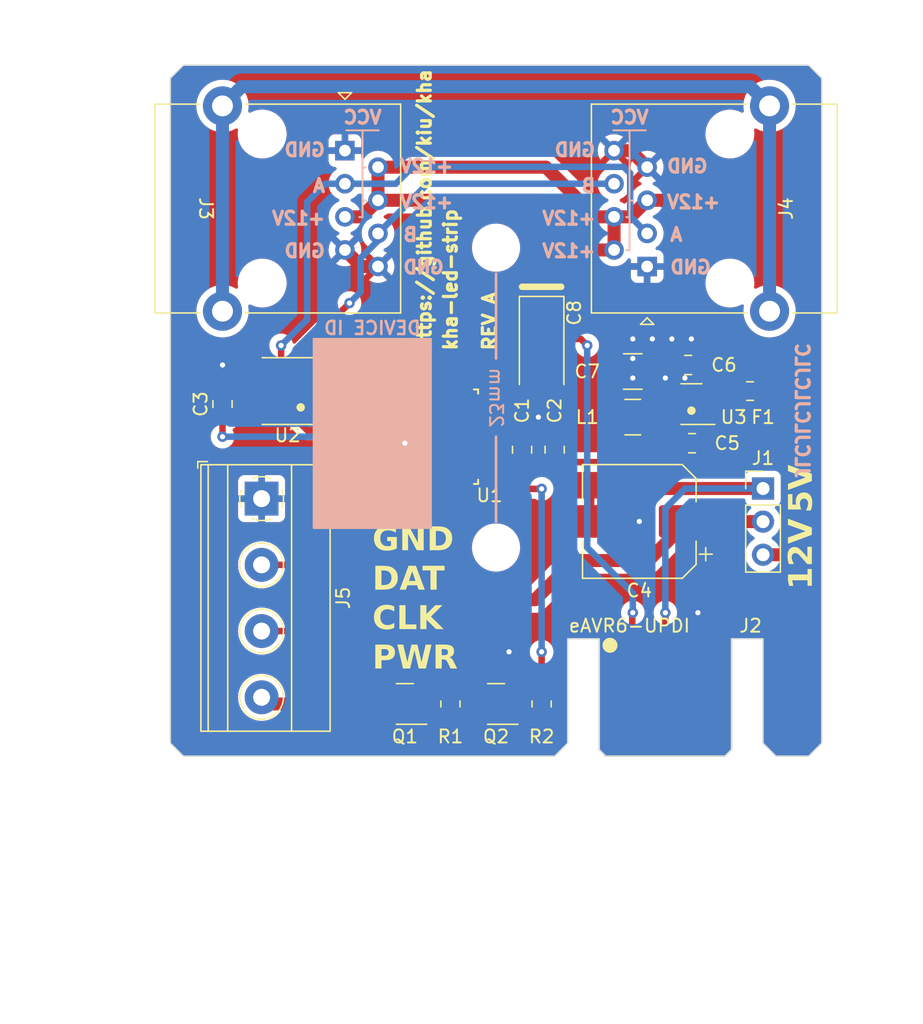
<source format=kicad_pcb>
(kicad_pcb (version 20221018) (generator pcbnew)
  (layers (0 "F.Cu" signal) (31 "B.Cu" signal) (34 "B.Paste" user) (35 "F.Paste" user) (36 "B.SilkS" user "B.Silkscreen") (37 "F.SilkS" user "F.Silkscreen") (38 "B.Mask" user) (39 "F.Mask" user) (44 "Edge.Cuts" user))
  (net 0 "")
  (net 1 "+5V")
  (net 2 "GND")
  (net 3 "UPDI")
  (net 4 "BUS_RX")
  (net 5 "BUS_DIR")
  (net 6 "BUS_TX")
  (net 14 "+12V")
  (net 15 "485A")
  (net 16 "485B")
  (net 18 "Net-(U3-SW)")
  (net 19 "Net-(U3-BST)")
  (net 20 "Net-(U3-EN)")
  (net 31 "LED_CLK")
  (net 32 "LED_DATA")
  (net 35 "LED_PWR")
  (net 36 "Net-(J3-PadSH)")
  (net 37 "Net-(J5-Pin_4)")
  (net 38 "Net-(Q1-G)")
  (net 39 "LED_EN")
  (net 40 "Net-(Q2-B)")
  (footprint "Capacitor_SMD:C_1210_3225Metric" (layer "F.Cu") (at 124.5 61.5)
    (fp_text reference "C7" (at -3.5 0) (layer "F.SilkS"))
    (fp_text value "47uF")
    (fp_line (start -0.711252 -1.36) (end 0.711252 -1.36) (stroke (width 0.12)) (layer "F.SilkS"))
    (fp_line (start -0.711252 1.36) (end 0.711252 1.36) (stroke (width 0.12)) (layer "F.SilkS"))
    (pad "1" smd roundrect (at -1.475 0) (size 1.15 2.7) (layers "F.Cu" "F.Paste" "F.Mask") (roundrect_rratio 0.2173913043) (net 1 "+5V"))
    (pad "2" smd roundrect (at 1.475 0) (size 1.15 2.7) (layers "F.Cu" "F.Paste" "F.Mask") (roundrect_rratio 0.2173913043) (net 2 "GND"))
  )
  (footprint "Connector_PinHeader_2.54mm:PinHeader_1x03_P2.54mm_Vertical" (layer "F.Cu") (at 134.5 70.475)
    (fp_text reference "J1" (at 0 -2.33) (layer "F.SilkS"))
    (fp_text value "1x03_Jumper")
    (fp_line (start -1.33 -1.33) (end 0 -1.33) (stroke (width 0.12)) (layer "F.SilkS"))
    (fp_line (start -1.33 0) (end -1.33 -1.33) (stroke (width 0.12)) (layer "F.SilkS"))
    (fp_line (start -1.33 1.27) (end -1.33 6.41) (stroke (width 0.12)) (layer "F.SilkS"))
    (fp_line (start -1.33 1.27) (end 1.33 1.27) (stroke (width 0.12)) (layer "F.SilkS"))
    (fp_line (start -1.33 6.41) (end 1.33 6.41) (stroke (width 0.12)) (layer "F.SilkS"))
    (fp_line (start 1.33 1.27) (end 1.33 6.41) (stroke (width 0.12)) (layer "F.SilkS"))
    (pad "1" thru_hole rect (at 0 0) (size 1.7 1.7) (drill 1) (layers "*.Cu" "*.Mask") (net 1 "+5V"))
    (pad "2" thru_hole oval (at 0 2.54) (size 1.7 1.7) (drill 1) (layers "*.Cu" "*.Mask") (net 35 "LED_PWR"))
    (pad "3" thru_hole oval (at 0 5.08) (size 1.7 1.7) (drill 1) (layers "*.Cu" "*.Mask") (net 14 "+12V"))
  )
  (footprint "Fuse:Fuse_0805_2012Metric" (layer "F.Cu") (at 133.5 63)
    (fp_text reference "F1" (at 1 2) (layer "F.SilkS"))
    (fp_text value "Polyfuse")
    (fp_line (start -0.258578 -0.71) (end 0.258578 -0.71) (stroke (width 0.12)) (layer "F.SilkS"))
    (fp_line (start -0.258578 0.71) (end 0.258578 0.71) (stroke (width 0.12)) (layer "F.SilkS"))
    (pad "1" smd roundrect (at -0.9375 0) (size 0.975 1.4) (layers "F.Cu" "F.Paste" "F.Mask") (net 20 "Net-(U3-EN)"))
    (pad "2" smd roundrect (at 0.9375 0) (size 0.975 1.4) (layers "F.Cu" "F.Paste" "F.Mask") (net 14 "+12V"))
  )
  (footprint "MountingHole:MountingHole_3.2mm_M3_DIN965" (layer "F.Cu") (at 114 52)
    (fp_text reference "H1" hide)
    (fp_text value "MountingHole")
    (pad "" np_thru_hole circle (at 0 0) (size 3.2 3.2) (drill 3.2) (layers "*.Cu" "*.Mask"))
  )
  (footprint "Inductor_SMD:L_1210_3225Metric" (layer "F.Cu") (at 124.5 65 180)
    (fp_text reference "L1" (at 3.5 0) (layer "F.SilkS"))
    (fp_text value "4.7uH")
    (fp_line (start -0.602064 -1.36) (end 0.602064 -1.36) (stroke (width 0.12)) (layer "F.SilkS"))
    (fp_line (start -0.602064 1.36) (end 0.602064 1.36) (stroke (width 0.12)) (layer "F.SilkS"))
    (pad "1" smd roundrect (at -1.4 0 180) (size 1.25 2.65) (layers "F.Cu" "F.Paste" "F.Mask") (roundrect_rratio 0.2) (net 18 "Net-(U3-SW)"))
    (pad "2" smd roundrect (at 1.4 0 180) (size 1.25 2.65) (layers "F.Cu" "F.Paste" "F.Mask") (roundrect_rratio 0.2) (net 1 "+5V"))
  )
  (footprint "TerminalBlock_Phoenix:TerminalBlock_Phoenix_MKDS-1,5-4-5.08_1x04_P5.08mm_Horizontal" (layer "F.Cu") (at 96 71.25 -90)
    (fp_text reference "J5" (at 7.62 -6.26 -90) (layer "F.SilkS"))
    (fp_text value "Screw_Terminal_01x04")
    (fp_line (start -2.84 4.16) (end -2.84 4.9) (stroke (width 0.12)) (layer "F.SilkS"))
    (fp_line (start -2.84 4.9) (end -2.34 4.9) (stroke (width 0.12)) (layer "F.SilkS"))
    (fp_line (start -2.6 -5.261) (end -2.6 4.66) (stroke (width 0.12)) (layer "F.SilkS"))
    (fp_line (start -2.6 -5.261) (end 17.84 -5.261) (stroke (width 0.12)) (layer "F.SilkS"))
    (fp_line (start -2.6 -2.301) (end 17.84 -2.301) (stroke (width 0.12)) (layer "F.SilkS"))
    (fp_line (start -2.6 2.6) (end 17.84 2.6) (stroke (width 0.12)) (layer "F.SilkS"))
    (fp_line (start -2.6 4.1) (end 17.84 4.1) (stroke (width 0.12)) (layer "F.SilkS"))
    (fp_line (start -2.6 4.66) (end 17.84 4.66) (stroke (width 0.12)) (layer "F.SilkS"))
    (fp_line (start 3.853 1.023) (end 3.806 1.069) (stroke (width 0.12)) (layer "F.SilkS"))
    (fp_line (start 4.046 1.239) (end 4.011 1.274) (stroke (width 0.12)) (layer "F.SilkS"))
    (fp_line (start 6.15 -1.275) (end 6.115 -1.239) (stroke (width 0.12)) (layer "F.SilkS"))
    (fp_line (start 6.355 -1.069) (end 6.308 -1.023) (stroke (width 0.12)) (layer "F.SilkS"))
    (fp_line (start 8.933 1.023) (end 8.886 1.069) (stroke (width 0.12)) (layer "F.SilkS"))
    (fp_line (start 9.126 1.239) (end 9.091 1.274) (stroke (width 0.12)) (layer "F.SilkS"))
    (fp_line (start 11.23 -1.275) (end 11.195 -1.239) (stroke (width 0.12)) (layer "F.SilkS"))
    (fp_line (start 11.435 -1.069) (end 11.388 -1.023) (stroke (width 0.12)) (layer "F.SilkS"))
    (fp_line (start 14.013 1.023) (end 13.966 1.069) (stroke (width 0.12)) (layer "F.SilkS"))
    (fp_line (start 14.206 1.239) (end 14.171 1.274) (stroke (width 0.12)) (layer "F.SilkS"))
    (fp_line (start 16.31 -1.275) (end 16.275 -1.239) (stroke (width 0.12)) (layer "F.SilkS"))
    (fp_line (start 16.515 -1.069) (end 16.468 -1.023) (stroke (width 0.12)) (layer "F.SilkS"))
    (fp_line (start 17.84 -5.261) (end 17.84 4.66) (stroke (width 0.12)) (layer "F.SilkS"))
    (fp_arc (start -1.535427 0.683042) (mid -1.680501 -0.000524) (end -1.535 -0.684) (stroke (width 0.12)) (layer "F.SilkS"))
    (fp_arc (start -0.683042 -1.535427) (mid 0.000524 -1.680501) (end 0.684 -1.535) (stroke (width 0.12)) (layer "F.SilkS"))
    (fp_arc (start 0.028805 1.680253) (mid -0.335551 1.646659) (end -0.684 1.535) (stroke (width 0.12)) (layer "F.SilkS"))
    (fp_arc (start 0.683318 1.534756) (mid 0.349292 1.643288) (end 0 1.68) (stroke (width 0.12)) (layer "F.SilkS"))
    (fp_arc (start 1.535427 -0.683042) (mid 1.680501 0.000524) (end 1.535 0.684) (stroke (width 0.12)) (layer "F.SilkS"))
    (fp_circle (center 5.08 0) (end 6.76 0) (stroke (width 0.12)) (fill none) (layer "F.SilkS"))
    (fp_circle (center 10.16 0) (end 11.84 0) (stroke (width 0.12)) (fill none) (layer "F.SilkS"))
    (fp_circle (center 15.24 0) (end 16.92 0) (stroke (width 0.12)) (fill none) (layer "F.SilkS"))
    (pad "1" thru_hole rect (at 0 0 270) (size 2.6 2.6) (drill 1.3) (layers "*.Cu" "*.Mask") (net 2 "GND"))
    (pad "2" thru_hole circle (at 5.08 0 270) (size 2.6 2.6) (drill 1.3) (layers "*.Cu" "*.Mask") (net 32 "LED_DATA"))
    (pad "3" thru_hole circle (at 10.16 0 270) (size 2.6 2.6) (drill 1.3) (layers "*.Cu" "*.Mask") (net 31 "LED_CLK"))
    (pad "4" thru_hole circle (at 15.24 0 270) (size 2.6 2.6) (drill 1.3) (layers "*.Cu" "*.Mask") (net 37 "Net-(J5-Pin_4)"))
  )
  (footprint "Capacitor_SMD:C_0805_2012Metric" (layer "F.Cu") (at 129.05 67)
    (fp_text reference "C5" (at 2.7 0) (layer "F.SilkS"))
    (fp_text value "100nF")
    (fp_line (start -0.261252 -0.735) (end 0.261252 -0.735) (stroke (width 0.12)) (layer "F.SilkS"))
    (fp_line (start -0.261252 0.735) (end 0.261252 0.735) (stroke (width 0.12)) (layer "F.SilkS"))
    (pad "1" smd roundrect (at -0.95 0) (size 1 1.45) (layers "F.Cu" "F.Paste" "F.Mask") (net 18 "Net-(U3-SW)"))
    (pad "2" smd roundrect (at 0.95 0) (size 1 1.45) (layers "F.Cu" "F.Paste" "F.Mask") (net 19 "Net-(U3-BST)"))
  )
  (footprint "kiu-footprints:GDLX-S-88K" (layer "F.Cu") (at 93 49 -90)
    (fp_text reference "J3" (at 0 1.27 -90 unlocked) (layer "F.SilkS"))
    (fp_text value "RJ45_Shielded")
    (fp_line (start -8.886 -9.906) (end -8.886 -8.89) (stroke (width 0.12)) (layer "F.SilkS"))
    (fp_line (start -8.886 -8.89) (end -8.378 -9.398) (stroke (width 0.12)) (layer "F.SilkS"))
    (fp_line (start -8.378 -9.398) (end -8.886 -9.906) (stroke (width 0.12)) (layer "F.SilkS"))
    (fp_line (start -8.01 -13.678) (end -8.01 -1.748) (stroke (width 0.12)) (layer "F.SilkS"))
    (fp_line (start -8.01 1.752) (end -8.01 5.192) (stroke (width 0.12)) (layer "F.SilkS"))
    (fp_line (start 8.01 -13.678) (end -8.01 -13.678) (stroke (width 0.12)) (layer "F.SilkS"))
    (fp_line (start 8.01 -13.678) (end 8.01 -1.748) (stroke (width 0.12)) (layer "F.SilkS"))
    (fp_line (start 8.01 1.752) (end 8.01 5.192) (stroke (width 0.12)) (layer "F.SilkS"))
    (fp_line (start 8.01 5.192) (end -8.01 5.192) (stroke (width 0.12)) (layer "F.SilkS"))
    (pad "" np_thru_hole circle (at -5.715 -3.048 270) (size 3.25 3.25) (drill 3.25) (layers "*.Cu" "*.Mask"))
    (pad "" np_thru_hole circle (at 5.715 -3.048 90) (size 3.25 3.25) (drill 3.25) (layers "*.Cu" "*.Mask"))
    (pad "1" thru_hole rect (at -4.445 -9.398 90) (size 1.5 1.5) (drill 0.9) (layers "*.Cu" "*.Mask") (net 2 "GND"))
    (pad "2" thru_hole circle (at -3.175 -11.938 90) (size 1.5 1.5) (drill 0.9) (layers "*.Cu" "*.Mask") (net 14 "+12V"))
    (pad "3" thru_hole circle (at -1.905 -9.398 90) (size 1.5 1.5) (drill 0.9) (layers "*.Cu" "*.Mask") (net 15 "485A"))
    (pad "4" thru_hole circle (at -0.635 -11.938 90) (size 1.5 1.5) (drill 0.9) (layers "*.Cu" "*.Mask") (net 14 "+12V"))
    (pad "5" thru_hole circle (at 0.635 -9.398 90) (size 1.5 1.5) (drill 0.9) (layers "*.Cu" "*.Mask") (net 14 "+12V"))
    (pad "6" thru_hole circle (at 1.905 -11.938 90) (size 1.5 1.5) (drill 0.9) (layers "*.Cu" "*.Mask") (net 16 "485B"))
    (pad "7" thru_hole circle (at 3.175 -9.398 90) (size 1.5 1.5) (drill 0.9) (layers "*.Cu" "*.Mask") (net 2 "GND"))
    (pad "8" thru_hole circle (at 4.445 -11.938 90) (size 1.5 1.5) (drill 0.9) (layers "*.Cu" "*.Mask") (net 2 "GND"))
    (pad "SH" thru_hole circle (at -7.874 0.002 270) (size 3 3) (drill 1.6) (layers "*.Cu" "*.Mask") (net 36 "Net-(J3-PadSH)"))
    (pad "SH" thru_hole circle (at 7.874 0 90) (size 3 3) (drill 1.6) (layers "*.Cu" "*.Mask") (net 36 "Net-(J3-PadSH)"))
  )
  (footprint "MountingHole:MountingHole_3.2mm_M3_DIN965" (layer "F.Cu") (at 114 75)
    (fp_text reference "H2" hide)
    (fp_text value "MountingHole")
    (pad "" np_thru_hole circle (at 0 0) (size 3.2 3.2) (drill 3.2) (layers "*.Cu" "*.Mask"))
  )
  (footprint "Package_QFP:TQFP-32_7x7mm_P0.8mm" (layer "F.Cu") (at 109 66.5)
    (fp_text reference "U1" (at 4.5 4.5) (layer "F.SilkS"))
    (fp_text value "AVR64DD32")
    (fp_line (start -3.625 -3.625) (end -3.625 -3.4) (stroke (width 0.15)) (layer "F.SilkS"))
    (fp_line (start -3.625 -3.625) (end -3.3 -3.625) (stroke (width 0.15)) (layer "F.SilkS"))
    (fp_line (start -3.625 -3.4) (end -5.05 -3.4) (stroke (width 0.15)) (layer "F.SilkS"))
    (fp_line (start -3.625 3.625) (end -3.625 3.3) (stroke (width 0.15)) (layer "F.SilkS"))
    (fp_line (start -3.625 3.625) (end -3.3 3.625) (stroke (width 0.15)) (layer "F.SilkS"))
    (fp_line (start 3.625 -3.625) (end 3.3 -3.625) (stroke (width 0.15)) (layer "F.SilkS"))
    (fp_line (start 3.625 -3.625) (end 3.625 -3.3) (stroke (width 0.15)) (layer "F.SilkS"))
    (fp_line (start 3.625 3.625) (end 3.3 3.625) (stroke (width 0.15)) (layer "F.SilkS"))
    (fp_line (start 3.625 3.625) (end 3.625 3.3) (stroke (width 0.15)) (layer "F.SilkS"))
    (pad "1" smd rect (at -4.25 -2.8) (size 1.6 0.55) (layers "F.Cu" "F.Paste" "F.Mask") (net 5 "BUS_DIR"))
    (pad "2" smd rect (at -4.25 -2) (size 1.6 0.55) (layers "F.Cu" "F.Paste" "F.Mask"))
    (pad "3" smd rect (at -4.25 -1.2) (size 1.6 0.55) (layers "F.Cu" "F.Paste" "F.Mask"))
    (pad "4" smd rect (at -4.25 -0.4) (size 1.6 0.55) (layers "F.Cu" "F.Paste" "F.Mask"))
    (pad "5" smd rect (at -4.25 0.4) (size 1.6 0.55) (layers "F.Cu" "F.Paste" "F.Mask"))
    (pad "6" smd rect (at -4.25 1.2) (size 1.6 0.55) (layers "F.Cu" "F.Paste" "F.Mask"))
    (pad "7" smd rect (at -4.25 2) (size 1.6 0.55) (layers "F.Cu" "F.Paste" "F.Mask"))
    (pad "8" smd rect (at -4.25 2.8) (size 1.6 0.55) (layers "F.Cu" "F.Paste" "F.Mask"))
    (pad "9" smd rect (at -2.8 4.25 90) (size 1.6 0.55) (layers "F.Cu" "F.Paste" "F.Mask"))
    (pad "10" smd rect (at -2 4.25 90) (size 1.6 0.55) (layers "F.Cu" "F.Paste" "F.Mask") (net 1 "+5V"))
    (pad "11" smd rect (at -1.2 4.25 90) (size 1.6 0.55) (layers "F.Cu" "F.Paste" "F.Mask"))
    (pad "12" smd rect (at -0.4 4.25 90) (size 1.6 0.55) (layers "F.Cu" "F.Paste" "F.Mask"))
    (pad "13" smd rect (at 0.4 4.25 90) (size 1.6 0.55) (layers "F.Cu" "F.Paste" "F.Mask"))
    (pad "14" smd rect (at 1.2 4.25 90) (size 1.6 0.55) (layers "F.Cu" "F.Paste" "F.Mask") (net 32 "LED_DATA"))
    (pad "15" smd rect (at 2 4.25 90) (size 1.6 0.55) (layers "F.Cu" "F.Paste" "F.Mask"))
    (pad "16" smd rect (at 2.8 4.25 90) (size 1.6 0.55) (layers "F.Cu" "F.Paste" "F.Mask") (net 31 "LED_CLK"))
    (pad "17" smd rect (at 4.25 2.8) (size 1.6 0.55) (layers "F.Cu" "F.Paste" "F.Mask") (net 39 "LED_EN"))
    (pad "18" smd rect (at 4.25 2) (size 1.6 0.55) (layers "F.Cu" "F.Paste" "F.Mask") (net 1 "+5V"))
    (pad "19" smd rect (at 4.25 1.2) (size 1.6 0.55) (layers "F.Cu" "F.Paste" "F.Mask") (net 2 "GND"))
    (pad "20" smd rect (at 4.25 0.4) (size 1.6 0.55) (layers "F.Cu" "F.Paste" "F.Mask"))
    (pad "21" smd rect (at 4.25 -0.4) (size 1.6 0.55) (layers "F.Cu" "F.Paste" "F.Mask"))
    (pad "22" smd rect (at 4.25 -1.2) (size 1.6 0.55) (layers "F.Cu" "F.Paste" "F.Mask"))
    (pad "23" smd rect (at 4.25 -2) (size 1.6 0.55) (layers "F.Cu" "F.Paste" "F.Mask"))
    (pad "24" smd rect (at 4.25 -2.8) (size 1.6 0.55) (layers "F.Cu" "F.Paste" "F.Mask"))
    (pad "25" smd rect (at 2.8 -4.25 90) (size 1.6 0.55) (layers "F.Cu" "F.Paste" "F.Mask"))
    (pad "26" smd rect (at 2 -4.25 90) (size 1.6 0.55) (layers "F.Cu" "F.Paste" "F.Mask"))
    (pad "27" smd rect (at 1.2 -4.25 90) (size 1.6 0.55) (layers "F.Cu" "F.Paste" "F.Mask") (net 3 "UPDI"))
    (pad "28" smd rect (at 0.4 -4.25 90) (size 1.6 0.55) (layers "F.Cu" "F.Paste" "F.Mask") (net 1 "+5V"))
    (pad "29" smd rect (at -0.4 -4.25 90) (size 1.6 0.55) (layers "F.Cu" "F.Paste" "F.Mask") (net 2 "GND"))
    (pad "30" smd rect (at -1.2 -4.25 90) (size 1.6 0.55) (layers "F.Cu" "F.Paste" "F.Mask") (net 6 "BUS_TX"))
    (pad "31" smd rect (at -2 -4.25 90) (size 1.6 0.55) (layers "F.Cu" "F.Paste" "F.Mask") (net 4 "BUS_RX"))
    (pad "32" smd rect (at -2.8 -4.25 90) (size 1.6 0.55) (layers "F.Cu" "F.Paste" "F.Mask"))
  )
  (footprint "Capacitor_SMD:C_0805_2012Metric" (layer "F.Cu") (at 118.5 67.5 90)
    (fp_text reference "C2" (at 3 0 90) (layer "F.SilkS"))
    (fp_text value "100nF")
    (fp_line (start -0.261252 -0.735) (end 0.261252 -0.735) (stroke (width 0.12)) (layer "F.SilkS"))
    (fp_line (start -0.261252 0.735) (end 0.261252 0.735) (stroke (width 0.12)) (layer "F.SilkS"))
    (pad "1" smd roundrect (at -0.95 0 90) (size 1 1.45) (layers "F.Cu" "F.Paste" "F.Mask") (net 1 "+5V"))
    (pad "2" smd roundrect (at 0.95 0 90) (size 1 1.45) (layers "F.Cu" "F.Paste" "F.Mask") (net 2 "GND"))
  )
  (footprint "Package_SO:SOIC-8_3.9x4.9mm_P1.27mm" (layer "F.Cu") (at 98 63 180)
    (fp_text reference "U2" (at 0 -3.4 180) (layer "F.SilkS"))
    (fp_text value "SP481E")
    (fp_line (start 0 -2.56) (end -3.45 -2.56) (stroke (width 0.12)) (layer "F.SilkS"))
    (fp_line (start 0 -2.56) (end 1.95 -2.56) (stroke (width 0.12)) (layer "F.SilkS"))
    (fp_line (start 0 2.56) (end -1.95 2.56) (stroke (width 0.12)) (layer "F.SilkS"))
    (fp_line (start 0 2.56) (end 1.95 2.56) (stroke (width 0.12)) (layer "F.SilkS"))
    (pad "1" smd roundrect (at -2.475 -1.905 180) (size 1.95 0.6) (layers "F.Cu" "F.Paste" "F.Mask") (net 4 "BUS_RX"))
    (pad "2" smd roundrect (at -2.475 -0.635 180) (size 1.95 0.6) (layers "F.Cu" "F.Paste" "F.Mask") (net 5 "BUS_DIR"))
    (pad "3" smd roundrect (at -2.475 0.635 180) (size 1.95 0.6) (layers "F.Cu" "F.Paste" "F.Mask") (net 5 "BUS_DIR"))
    (pad "4" smd roundrect (at -2.475 1.905 180) (size 1.95 0.6) (layers "F.Cu" "F.Paste" "F.Mask") (net 6 "BUS_TX"))
    (pad "5" smd roundrect (at 2.475 1.905 180) (size 1.95 0.6) (layers "F.Cu" "F.Paste" "F.Mask") (net 2 "GND"))
    (pad "6" smd roundrect (at 2.475 0.635 180) (size 1.95 0.6) (layers "F.Cu" "F.Paste" "F.Mask") (net 15 "485A"))
    (pad "7" smd roundrect (at 2.475 -0.635 180) (size 1.95 0.6) (layers "F.Cu" "F.Paste" "F.Mask") (net 16 "485B"))
    (pad "8" smd roundrect (at 2.475 -1.905 180) (size 1.95 0.6) (layers "F.Cu" "F.Paste" "F.Mask") (net 1 "+5V"))
  )
  (footprint "Capacitor_SMD:C_0805_2012Metric" (layer "F.Cu") (at 128.75 61)
    (fp_text reference "C6" (at 2.75 0) (layer "F.SilkS"))
    (fp_text value "10uF")
    (fp_line (start -0.261252 -0.735) (end 0.261252 -0.735) (stroke (width 0.12)) (layer "F.SilkS"))
    (fp_line (start -0.261252 0.735) (end 0.261252 0.735) (stroke (width 0.12)) (layer "F.SilkS"))
    (pad "1" smd roundrect (at -0.95 0) (size 1 1.45) (layers "F.Cu" "F.Paste" "F.Mask") (net 2 "GND"))
    (pad "2" smd roundrect (at 0.95 0) (size 1 1.45) (layers "F.Cu" "F.Paste" "F.Mask") (net 20 "Net-(U3-EN)"))
  )
  (footprint "Package_TO_SOT_SMD:TSOT-23-6" (layer "F.Cu") (at 129 64 180)
    (fp_text reference "U3" (at -3.25 -1) (layer "F.SilkS"))
    (fp_text value "AP63205WU")
    (fp_line (start 0 -1.56) (end -1.8 -1.56) (stroke (width 0.12)) (layer "F.SilkS"))
    (fp_line (start 0 -1.56) (end 0.8 -1.56) (stroke (width 0.12)) (layer "F.SilkS"))
    (fp_line (start 0 1.56) (end -0.8 1.56) (stroke (width 0.12)) (layer "F.SilkS"))
    (fp_line (start 0 1.56) (end 0.8 1.56) (stroke (width 0.12)) (layer "F.SilkS"))
    (pad "1" smd roundrect (at -1.1375 -0.95 180) (size 1.325 0.6) (layers "F.Cu" "F.Paste" "F.Mask") (net 1 "+5V"))
    (pad "2" smd roundrect (at -1.1375 0 180) (size 1.325 0.6) (layers "F.Cu" "F.Paste" "F.Mask") (net 20 "Net-(U3-EN)"))
    (pad "3" smd roundrect (at -1.1375 0.95 180) (size 1.325 0.6) (layers "F.Cu" "F.Paste" "F.Mask") (net 20 "Net-(U3-EN)"))
    (pad "4" smd roundrect (at 1.1375 0.95 180) (size 1.325 0.6) (layers "F.Cu" "F.Paste" "F.Mask") (net 2 "GND"))
    (pad "5" smd roundrect (at 1.1375 0 180) (size 1.325 0.6) (layers "F.Cu" "F.Paste" "F.Mask") (net 18 "Net-(U3-SW)"))
    (pad "6" smd roundrect (at 1.1375 -0.95 180) (size 1.325 0.6) (layers "F.Cu" "F.Paste" "F.Mask") (net 19 "Net-(U3-BST)"))
  )
  (footprint "Capacitor_SMD:CP_Elec_8x10.5" (layer "F.Cu") (at 125 73 180)
    (fp_text reference "C4" (at 0 -5.3) (layer "F.SilkS"))
    (fp_text value "470uF")
    (fp_line (start -5.6 -2.51) (end -4.6 -2.51) (stroke (width 0.12)) (layer "F.SilkS"))
    (fp_line (start -5.1 -3.01) (end -5.1 -2.01) (stroke (width 0.12)) (layer "F.SilkS"))
    (fp_line (start -4.36 -3.295563) (end -4.36 -1.51) (stroke (width 0.12)) (layer "F.SilkS"))
    (fp_line (start -4.36 -3.295563) (end -3.295563 -4.36) (stroke (width 0.12)) (layer "F.SilkS"))
    (fp_line (start -4.36 3.295563) (end -4.36 1.51) (stroke (width 0.12)) (layer "F.SilkS"))
    (fp_line (start -4.36 3.295563) (end -3.295563 4.36) (stroke (width 0.12)) (layer "F.SilkS"))
    (fp_line (start -3.295563 -4.36) (end 4.36 -4.36) (stroke (width 0.12)) (layer "F.SilkS"))
    (fp_line (start -3.295563 4.36) (end 4.36 4.36) (stroke (width 0.12)) (layer "F.SilkS"))
    (fp_line (start 4.36 -4.36) (end 4.36 -1.51) (stroke (width 0.12)) (layer "F.SilkS"))
    (fp_line (start 4.36 4.36) (end 4.36 1.51) (stroke (width 0.12)) (layer "F.SilkS"))
    (pad "1" smd roundrect (at -3.7 0 180) (size 4.4 2.5) (layers "F.Cu" "F.Paste" "F.Mask") (roundrect_rratio 0.1) (net 35 "LED_PWR"))
    (pad "2" smd roundrect (at 3.7 0 180) (size 4.4 2.5) (layers "F.Cu" "F.Paste" "F.Mask") (roundrect_rratio 0.1) (net 2 "GND"))
  )
  (footprint "Capacitor_SMD:C_0805_2012Metric" (layer "F.Cu") (at 93 64 90)
    (fp_text reference "C3" (at 0 -1.68 90) (layer "F.SilkS"))
    (fp_text value "100nF")
    (fp_line (start -0.261252 -0.735) (end 0.261252 -0.735) (stroke (width 0.12)) (layer "F.SilkS"))
    (fp_line (start -0.261252 0.735) (end 0.261252 0.735) (stroke (width 0.12)) (layer "F.SilkS"))
    (pad "1" smd roundrect (at -0.95 0 90) (size 1 1.45) (layers "F.Cu" "F.Paste" "F.Mask") (net 1 "+5V"))
    (pad "2" smd roundrect (at 0.95 0 90) (size 1 1.45) (layers "F.Cu" "F.Paste" "F.Mask") (net 2 "GND"))
  )
  (footprint "kiu-footprints:GDLX-S-88K" (layer "F.Cu") (at 135 49 90)
    (fp_text reference "J4" (at 0 1.27 90 unlocked) (layer "F.SilkS"))
    (fp_text value "RJ45_Shielded")
    (fp_line (start -8.886 -9.906) (end -8.886 -8.89) (stroke (width 0.12)) (layer "F.SilkS"))
    (fp_line (start -8.886 -8.89) (end -8.378 -9.398) (stroke (width 0.12)) (layer "F.SilkS"))
    (fp_line (start -8.378 -9.398) (end -8.886 -9.906) (stroke (width 0.12)) (layer "F.SilkS"))
    (fp_line (start -8.01 -13.678) (end -8.01 -1.748) (stroke (width 0.12)) (layer "F.SilkS"))
    (fp_line (start -8.01 1.752) (end -8.01 5.192) (stroke (width 0.12)) (layer "F.SilkS"))
    (fp_line (start 8.01 -13.678) (end -8.01 -13.678) (stroke (width 0.12)) (layer "F.SilkS"))
    (fp_line (start 8.01 -13.678) (end 8.01 -1.748) (stroke (width 0.12)) (layer "F.SilkS"))
    (fp_line (start 8.01 1.752) (end 8.01 5.192) (stroke (width 0.12)) (layer "F.SilkS"))
    (fp_line (start 8.01 5.192) (end -8.01 5.192) (stroke (width 0.12)) (layer "F.SilkS"))
    (pad "" np_thru_hole circle (at -5.715 -3.048 90) (size 3.25 3.25) (drill 3.25) (layers "*.Cu" "*.Mask"))
    (pad "" np_thru_hole circle (at 5.715 -3.048 270) (size 3.25 3.25) (drill 3.25) (layers "*.Cu" "*.Mask"))
    (pad "1" thru_hole rect (at -4.445 -9.398 270) (size 1.5 1.5) (drill 0.9) (layers "*.Cu" "*.Mask") (net 2 "GND"))
    (pad "2" thru_hole circle (at -3.175 -11.938 270) (size 1.5 1.5) (drill 0.9) (layers "*.Cu" "*.Mask") (net 14 "+12V"))
    (pad "3" thru_hole circle (at -1.905 -9.398 270) (size 1.5 1.5) (drill 0.9) (layers "*.Cu" "*.Mask") (net 15 "485A"))
    (pad "4" thru_hole circle (at -0.635 -11.938 270) (size 1.5 1.5) (drill 0.9) (layers "*.Cu" "*.Mask") (net 14 "+12V"))
    (pad "5" thru_hole circle (at 0.635 -9.398 270) (size 1.5 1.5) (drill 0.9) (layers "*.Cu" "*.Mask") (net 14 "+12V"))
    (pad "6" thru_hole circle (at 1.905 -11.938 270) (size 1.5 1.5) (drill 0.9) (layers "*.Cu" "*.Mask") (net 16 "485B"))
    (pad "7" thru_hole circle (at 3.175 -9.398 270) (size 1.5 1.5) (drill 0.9) (layers "*.Cu" "*.Mask") (net 2 "GND"))
    (pad "8" thru_hole circle (at 4.445 -11.938 270) (size 1.5 1.5) (drill 0.9) (layers "*.Cu" "*.Mask") (net 2 "GND"))
    (pad "SH" thru_hole circle (at -7.874 0.002 90) (size 3 3) (drill 1.6) (layers "*.Cu" "*.Mask") (net 36 "Net-(J3-PadSH)"))
    (pad "SH" thru_hole circle (at 7.874 0 270) (size 3 3) (drill 1.6) (layers "*.Cu" "*.Mask") (net 36 "Net-(J3-PadSH)"))
  )
  (footprint "Capacitor_SMD:C_0805_2012Metric" (layer "F.Cu") (at 116 67.5 90)
    (fp_text reference "C1" (at 3 0 90) (layer "F.SilkS"))
    (fp_text value "10nF")
    (fp_line (start -0.261252 -0.735) (end 0.261252 -0.735) (stroke (width 0.12)) (layer "F.SilkS"))
    (fp_line (start -0.261252 0.735) (end 0.261252 0.735) (stroke (width 0.12)) (layer "F.SilkS"))
    (pad "1" smd roundrect (at -0.95 0 90) (size 1 1.45) (layers "F.Cu" "F.Paste" "F.Mask") (net 1 "+5V"))
    (pad "2" smd roundrect (at 0.95 0 90) (size 1 1.45) (layers "F.Cu" "F.Paste" "F.Mask") (net 2 "GND"))
  )
  (footprint "Package_TO_SOT_SMD:SOT-23" (layer "F.Cu") (at 114 87 180)
    (fp_text reference "Q2" (at 0 -2.5) (layer "F.SilkS"))
    (fp_text value "MMBT3904")
    (fp_line (start 0 -1.56) (end -1.675 -1.56) (stroke (width 0.12)) (layer "F.SilkS"))
    (fp_line (start 0 -1.56) (end 0.65 -1.56) (stroke (width 0.12)) (layer "F.SilkS"))
    (fp_line (start 0 1.56) (end -0.65 1.56) (stroke (width 0.12)) (layer "F.SilkS"))
    (fp_line (start 0 1.56) (end 0.65 1.56) (stroke (width 0.12)) (layer "F.SilkS"))
    (pad "1" smd roundrect (at -0.9375 -0.95 180) (size 1.475 0.6) (layers "F.Cu" "F.Paste" "F.Mask") (net 40 "Net-(Q2-B)"))
    (pad "2" smd roundrect (at -0.9375 0.95 180) (size 1.475 0.6) (layers "F.Cu" "F.Paste" "F.Mask") (net 2 "GND"))
    (pad "3" smd roundrect (at 0.9375 0 180) (size 1.475 0.6) (layers "F.Cu" "F.Paste" "F.Mask") (net 38 "Net-(Q1-G)"))
  )
  (footprint "Resistor_SMD:R_0805_2012Metric" (layer "F.Cu") (at 117.5 87 -90)
    (fp_text reference "R2" (at 2.5 0 -180) (layer "F.SilkS"))
    (fp_text value "10k")
    (fp_line (start -0.227064 -0.735) (end 0.227064 -0.735) (stroke (width 0.12)) (layer "F.SilkS"))
    (fp_line (start -0.227064 0.735) (end 0.227064 0.735) (stroke (width 0.12)) (layer "F.SilkS"))
    (pad "1" smd roundrect (at -0.9125 0 270) (size 1.025 1.4) (layers "F.Cu" "F.Paste" "F.Mask") (roundrect_rratio 0.243902439) (net 39 "LED_EN"))
    (pad "2" smd roundrect (at 0.9125 0 270) (size 1.025 1.4) (layers "F.Cu" "F.Paste" "F.Mask") (roundrect_rratio 0.243902439) (net 40 "Net-(Q2-B)"))
  )
  (footprint "eAVR:eAVR6-UPDI-F" (layer "F.Cu") (at 127 91)
    (fp_text reference "J2" (at 7.5 -10) (layer "F.SilkS") (effects (justify right)))
    (fp_text value "AVR-UPDI-6" hide)
    (fp_text user "eAVR6-UPDI" (at -7.5 -10 unlocked) (layer "F.SilkS") (effects (justify left)))
    (fp_circle (center -4.25 -8.5) (end -3.75 -8.5) (stroke (width 0.15)) (fill solid) (layer "F.SilkS"))
    (fp_line (start -5.08 -9) (end -5.08 -0.5) (stroke (width 0.12)) (layer "Edge.Cuts"))
    (fp_line (start -5.08 -0.5) (end -4.58 0) (stroke (width 0.12)) (layer "Edge.Cuts"))
    (fp_line (start -4.58 0) (end 4.58 0) (stroke (width 0.12)) (layer "Edge.Cuts"))
    (fp_line (start 5.08 -9) (end 5.08 -0.5) (stroke (width 0.12)) (layer "Edge.Cuts"))
    (fp_line (start 5.08 -0.5) (end 4.58 0) (stroke (width 0.12)) (layer "Edge.Cuts"))
    (pad "1" connect rect (at -2.54 -5) (size 1.4 8) (layers "F.Cu" "F.Mask") (net 3 "UPDI"))
    (pad "2" connect rect (at 0 -5) (size 1.4 8) (layers "F.Cu" "F.Mask") (net 1 "+5V"))
    (pad "6" connect rect (at 2.54 -5) (size 1.4 8) (layers "F.Cu" "F.Mask") (net 2 "GND"))
  )
  (footprint "Package_TO_SOT_SMD:SOT-23" (layer "F.Cu") (at 107 87 180)
    (fp_text reference "Q1" (at 0 -2.5) (layer "F.SilkS"))
    (fp_text value "DMG2301L")
    (fp_line (start 0 -1.56) (end -1.675 -1.56) (stroke (width 0.12)) (layer "F.SilkS"))
    (fp_line (start 0 -1.56) (end 0.65 -1.56) (stroke (width 0.12)) (layer "F.SilkS"))
    (fp_line (start 0 1.56) (end -0.65 1.56) (stroke (width 0.12)) (layer "F.SilkS"))
    (fp_line (start 0 1.56) (end 0.65 1.56) (stroke (width 0.12)) (layer "F.SilkS"))
    (pad "1" smd roundrect (at -0.9375 -0.95 180) (size 1.475 0.6) (layers "F.Cu" "F.Paste" "F.Mask") (net 38 "Net-(Q1-G)"))
    (pad "2" smd roundrect (at -0.9375 0.95 180) (size 1.475 0.6) (layers "F.Cu" "F.Paste" "F.Mask") (net 35 "LED_PWR"))
    (pad "3" smd roundrect (at 0.9375 0 180) (size 1.475 0.6) (layers "F.Cu" "F.Paste" "F.Mask") (net 37 "Net-(J5-Pin_4)"))
  )
  (footprint "Resistor_SMD:R_0805_2012Metric" (layer "F.Cu") (at 110.5 87 -90)
    (fp_text reference "R1" (at 2.5 0) (layer "F.SilkS"))
    (fp_text value "10k")
    (fp_line (start -0.227064 -0.735) (end 0.227064 -0.735) (stroke (width 0.12)) (layer "F.SilkS"))
    (fp_line (start -0.227064 0.735) (end 0.227064 0.735) (stroke (width 0.12)) (layer "F.SilkS"))
    (pad "1" smd roundrect (at -0.9125 0 270) (size 1.025 1.4) (layers "F.Cu" "F.Paste" "F.Mask") (roundrect_rratio 0.243902439) (net 35 "LED_PWR"))
    (pad "2" smd roundrect (at 0.9125 0 270) (size 1.025 1.4) (layers "F.Cu" "F.Paste" "F.Mask") (roundrect_rratio 0.243902439) (net 38 "Net-(Q1-G)"))
  )
  (footprint "Capacitor_Tantalum_SMD:CP_EIA-6032-28_Kemet-C" (layer "F.Cu") (at 117.5 59.5 -90)
    (fp_text reference "C8" (at -2.5 -2.5 90) (layer "F.SilkS"))
    (fp_text value "220uF")
    (fp_line (start -3.76 -1.71) (end -3.76 1.71) (stroke (width 0.12)) (layer "F.SilkS"))
    (fp_line (start -3.76 1.71) (end 3 1.71) (stroke (width 0.12)) (layer "F.SilkS"))
    (fp_line (start 3 -1.71) (end -3.76 -1.71) (stroke (width 0.12)) (layer "F.SilkS"))
    (pad "1" smd roundrect (at -2.4625 0 270) (size 2.075 2.35) (layers "F.Cu" "F.Paste" "F.Mask") (roundrect_rratio 0.1204819277) (net 1 "+5V"))
    (pad "2" smd roundrect (at 2.4625 0 270) (size 2.075 2.35) (layers "F.Cu" "F.Paste" "F.Mask") (roundrect_rratio 0.1204819277) (net 2 "GND"))
  )
  (gr_rect (start 100 58.996825) (end 109 73.503175) (stroke (width 0.15)) (fill solid) (layer "B.SilkS"))
  (gr_line (start 124.25 52.197) (end 124 52.197) (stroke (width 0.15)) (layer "B.SilkS"))
  (gr_line (start 103.75 43) (end 103.75 49.657) (stroke (width 0.15)) (layer "B.SilkS"))
  (gr_line (start 103.75 48.387) (end 104 48.387) (stroke (width 0.15)) (layer "B.SilkS"))
  (gr_line (start 103.75 45.847) (end 104 45.847) (stroke (width 0.15)) (layer "B.SilkS"))
  (gr_line (start 102.5 43) (end 105 43) (stroke (width 0.15)) (layer "B.SilkS"))
  (gr_line (start 124.25 48.387) (end 124.5 48.387) (stroke (width 0.15)) (layer "B.SilkS"))
  (gr_line (start 114 66.5) (end 114 73) (stroke (width 0.2)) (layer "B.SilkS"))
  (gr_line (start 123 43) (end 125.5 43) (stroke (width 0.15)) (layer "B.SilkS"))
  (gr_line (start 114 54) (end 114 60.5) (stroke (width 0.2)) (layer "B.SilkS"))
  (gr_line (start 124.25 43) (end 124.25 52.197) (stroke (width 0.15)) (layer "B.SilkS"))
  (gr_line (start 103.75 49.657) (end 103.5 49.657) (stroke (width 0.15)) (layer "B.SilkS"))
  (gr_line (start 124.25 49.657) (end 124 49.657) (stroke (width 0.15)) (layer "B.SilkS"))
  (gr_circle (center 106.25 63.75) (end 106.5 63.75) (stroke (width 0.15)) (fill solid) (layer "F.SilkS"))
  (gr_line (start 116 55) (end 119 55) (stroke (width 0.5)) (layer "F.SilkS"))
  (gr_circle (center 129 64.5) (end 129.25 64.5) (stroke (width 0.15)) (fill solid) (layer "F.SilkS"))
  (gr_circle (center 99 64.25) (end 99.25 64.25) (stroke (width 0.15)) (fill solid) (layer "F.SilkS"))
  (gr_line (start 121.92 82) (end 119.5 82) (stroke (width 0.1)) (layer "Edge.Cuts"))
  (gr_line (start 89 39) (end 89 90) (stroke (width 0.1)) (layer "Edge.Cuts"))
  (gr_line (start 134.5 90) (end 135.5 91) (stroke (width 0.1)) (layer "Edge.Cuts"))
  (gr_line (start 134.5 88.58) (end 134.5 82) (stroke (width 0.1)) (layer "Edge.Cuts"))
  (gr_line (start 139 39) (end 139 90) (stroke (width 0.1)) (layer "Edge.Cuts"))
  (gr_line (start 89 39) (end 90 38) (stroke (width 0.1)) (layer "Edge.Cuts"))
  (gr_line (start 134.5 90) (end 134.5 88.58) (stroke (width 0.1)) (layer "Edge.Cuts"))
  (gr_line (start 119.5 90) (end 119.5 82) (stroke (width 0.1)) (layer "Edge.Cuts"))
  (gr_line (start 118.5 91) (end 119.5 90) (stroke (width 0.1)) (layer "Edge.Cuts"))
  (gr_line (start 138 91) (end 139 90) (stroke (width 0.1)) (layer "Edge.Cuts"))
  (gr_line (start 138 38) (end 139 39) (stroke (width 0.1)) (layer "Edge.Cuts"))
  (gr_line (start 89 90) (end 90 91) (stroke (width 0.1)) (layer "Edge.Cuts"))
  (gr_line (start 90 91) (end 118.5 91) (stroke (width 0.1)) (layer "Edge.Cuts"))
  (gr_line (start 90 38) (end 138 38) (stroke (width 0.1)) (layer "Edge.Cuts"))
  (gr_line (start 135.5 91) (end 138 91) (stroke (width 0.1)) (layer "Edge.Cuts"))
  (gr_line (start 134.5 82) (end 132.08 82) (stroke (width 0.1)) (layer "Edge.Cuts"))
  (gr_text "DEVICE ID" (at 104.5 58.75) (layer "B.SilkS") (effects (font (size 1 1) (thickness 0.2) bold) (justify bottom mirror)))
  (gr_text "+12V" (at 121.75 52.25) (layer "B.SilkS") (effects (font (size 1 1) (thickness 0.25)) (justify left mirror)))
  (gr_text "GND" (at 127.25 53.5) (layer "B.SilkS") (effects (font (size 1 1) (thickness 0.25)) (justify right mirror)))
  (gr_text "B" (at 106.75 51) (layer "B.SilkS") (effects (font (size 1 1) (thickness 0.25)) (justify right mirror)))
  (gr_text "GND" (at 121.75 44.5) (layer "B.SilkS") (effects (font (size 1 1) (thickness 0.25)) (justify left mirror)))
  (gr_text "GND" (at 101 52.25) (layer "B.SilkS") (effects (font (size 1 1) (thickness 0.25)) (justify left mirror)))
  (gr_text "B" (at 121.75 47.25) (layer "B.SilkS") (effects (font (size 1 1) (thickness 0.25)) (justify left mirror)))
  (gr_text "GND" (at 106.75 53.5) (layer "B.SilkS") (effects (font (size 1 1) (thickness 0.25)) (justify right mirror)))
  (gr_text "+12V" (at 121.75 49.75) (layer "B.SilkS") (effects (font (size 1 1) (thickness 0.25)) (justify left mirror)))
  (gr_text "GND" (at 127 45.75) (layer "B.SilkS") (effects (font (size 1 1) (thickness 0.25)) (justify right mirror)))
  (gr_text "JLCJLCJLCJLC" (at 137.5 64.5 270) (layer "B.SilkS") (effects (font (size 1 1) (thickness 0.25)) (justify mirror)))
  (gr_text "VCC" (at 103.75 42) (layer "B.SilkS") (effects (font (size 1 1) (thickness 0.25)) (justify mirror)))
  (gr_text "VCC" (at 124.25 42) (layer "B.SilkS") (effects (font (size 1 1) (thickness 0.25)) (justify mirror)))
  (gr_text "+12V" (at 101 49.75) (layer "B.SilkS") (effects (font (size 1 1) (thickness 0.25)) (justify left mirror)))
  (gr_text "A" (at 101 47.25) (layer "B.SilkS") (effects (font (size 1 1) (thickness 0.25)) (justify left mirror)))
  (gr_text "GND" (at 101 44.5) (layer "B.SilkS") (effects (font (size 1 1) (thickness 0.25)) (justify left mirror)))
  (gr_text "A" (at 127.25 51) (layer "B.SilkS") (effects (font (size 1 1) (thickness 0.25)) (justify right mirror)))
  (gr_text "+12V" (at 106.5 45.75) (layer "B.SilkS") (effects (font (size 1 1) (thickness 0.25)) (justify right mirror)))
  (gr_text "+12V" (at 106.5 48.5) (layer "B.SilkS") (effects (font (size 1 1) (thickness 0.25)) (justify right mirror)))
  (gr_text "23mm" (at 114 63.5 270) (layer "B.SilkS") (effects (font (size 1 1)) (justify mirror)))
  (gr_text "+12V" (at 127 48.5) (layer "B.SilkS") (effects (font (size 1 1) (thickness 0.25)) (justify right mirror)))
  (gr_text "12V" (at 137.5 75.5 90) (layer "F.SilkS") (effects (font (size 1.8 1.8) (thickness 0.45) bold)))
  (gr_text "5V" (at 137.5 70.5 90) (layer "F.SilkS") (effects (font (size 1.8 1.8) (thickness 0.45) bold)))
  (gr_text "REV A" (at 113.5 60 90) (layer "F.SilkS") (effects (font (size 1 1) (thickness 0.25)) (justify left)))
  (gr_text "https://github.com/kiu/kha" (at 108.5 60 90) (layer "F.SilkS") (effects (font (size 1 1) (thickness 0.25)) (justify left)))
  (gr_text "kha-led-strip" (at 110.5 60 90) (layer "F.SilkS") (effects (font (size 1 1) (thickness 0.25)) (justify left)))
  (gr_text "GND\nDAT\nCLK\nPWR" (at 104.5 79) (layer "F.SilkS") (effects (font (size 1.8 1.8) (thickness 0.45) bold) (justify left)))
  (segment (start 110 68.5) (end 108.075 68.5) (width 0.5) (layer "F.Cu") (net 1))
  (segment (start 118.5 68.45) (end 123.9125 68.45) (width 0.5) (layer "F.Cu") (net 1))
  (segment (start 95.525 64.905) (end 93.25 64.905) (width 0.5) (layer "F.Cu") (net 1))
  (segment (start 115.95 68.5) (end 116 68.45) (width 0.5) (layer "F.Cu") (net 1))
  (segment (start 110 68.5) (end 113.25 68.5) (width 0.5) (layer "F.Cu") (net 1))
  (segment (start 93.25 64.905) (end 93.25 64.95) (width 0.5) (layer "F.Cu") (net 1))
  (segment (start 117.5 57.0375) (end 111.9625 57.0375) (width 0.5) (layer "F.Cu") (net 1))
  (segment (start 109.4 67.9) (end 110 68.5) (width 0.5) (layer "F.Cu") (net 1))
  (segment (start 108.075 68.5) (end 107 69.575) (width 0.5) (layer "F.Cu") (net 1))
  (segment (start 124.0375 68.5) (end 124 68.5375) (width 0.5) (layer "F.Cu") (net 1))
  (segment (start 118.5 68.45) (end 116 68.45) (width 0.5) (layer "F.Cu") (net 1))
  (segment (start 123.1 61.575) (end 123.025 61.5) (width 1) (layer "F.Cu") (net 1))
  (segment (start 93 66.5) (end 93 64.95) (width 0.5) (layer "F.Cu") (net 1))
  (segment (start 123.1 65) (end 123.1 67.6375) (width 1) (layer "F.Cu") (net 1))
  (segment (start 109.4 66.5) (end 109.4 67.9) (width 0.5) (layer "F.Cu") (net 1))
  (segment (start 123.1 67.6375) (end 124 68.5375) (width 1) (layer "F.Cu") (net 1))
  (segment (start 107 69.575) (end 107 70.75) (width 0.5) (layer "F.Cu") (net 1))
  (segment (start 109.4 62.25) (end 109.4 66.5) (width 0.5) (layer "F.Cu") (net 1))
  (segment (start 109.4 59.6) (end 109.4 62.25) (width 0.5) (layer "F.Cu") (net 1))
  (segment (start 125.9375 70.475) (end 124 68.5375) (width 1) (layer "F.Cu") (net 1))
  (segment (start 127 86) (end 127 80) (width 0.5) (layer "F.Cu") (net 1))
  (segment (start 130.5 68.5) (end 124.0375 68.5) (width 0.5) (layer "F.Cu") (net 1))
  (segment (start 107 67) (end 107 69.575) (width 0.5) (layer "F.Cu") (net 1))
  (segment (start 131 65.8125) (end 131 68) (width 0.5) (layer "F.Cu") (net 1))
  (segment (start 131 68) (end 130.5 68.5) (width 0.5) (layer "F.Cu") (net 1))
  (segment (start 123.1 65) (end 123.1 61.575) (width 1) (layer "F.Cu") (net 1))
  (segment (start 113.25 68.5) (end 115.95 68.5) (width 0.5) (layer "F.Cu") (net 1))
  (segment (start 111.9625 57.0375) (end 109.4 59.6) (width 0.5) (layer "F.Cu") (net 1))
  (segment (start 130.1375 64.95) (end 131 65.8125) (width 0.5) (layer "F.Cu") (net 1))
  (segment (start 134.5 70.475) (end 125.9375 70.475) (width 1) (layer "F.Cu") (net 1))
  (via (at 93 66.5) (size 0.8) (drill 0.4) (layers "F.Cu" "B.Cu") (net 1))
  (via (at 107 67) (size 0.8) (drill 0.4) (layers "F.Cu" "B.Cu") (net 1))
  (via (at 127 80) (size 0.8) (drill 0.4) (layers "F.Cu" "B.Cu") (net 1))
  (segment (start 94.64 66.5) (end 104.5 66.5) (width 0.5) (layer "B.Cu") (net 1))
  (segment (start 127 80) (end 127 72) (width 0.5) (layer "B.Cu") (net 1))
  (segment (start 104.5 66.5) (end 106.5 66.5) (width 0.5) (layer "B.Cu") (net 1))
  (segment (start 127 72) (end 128.525 70.475) (width 0.5) (layer "B.Cu") (net 1))
  (segment (start 106.5 66.5) (end 107 67) (width 0.5) (layer "B.Cu") (net 1))
  (segment (start 128.525 70.475) (end 134.5 70.475) (width 0.5) (layer "B.Cu") (net 1))
  (segment (start 94.64 66.5) (end 93 66.5) (width 0.5) (layer "B.Cu") (net 1))
  (segment (start 124.332 44.555) (end 125.602 45.825) (width 1) (layer "F.Cu") (net 2))
  (segment (start 95.525 61.095) (end 93.095 61.095) (width 0.5) (layer "F.Cu") (net 2))
  (segment (start 113.25 67.7) (end 114.85 67.7) (width 0.5) (layer "F.Cu") (net 2))
  (segment (start 104.938 53.445) (end 103.668 53.445) (width 1) (layer "F.Cu") (net 2))
  (segment (start 108.6 57.107) (end 104.938 53.445) (width 0.5) (layer "F.Cu") (net 2))
  (segment (start 103.668 53.445) (end 102.398 52.175) (width 1) (layer "F.Cu") (net 2))
  (segment (start 114.85 67.7) (end 116 66.55) (width 0.5) (layer "F.Cu") (net 2))
  (segment (start 118.5 66.55) (end 116 66.55) (width 0.5) (layer "F.Cu") (net 2))
  (segment (start 93 63.05) (end 93 61) (width 0.5) (layer "F.Cu") (net 2))
  (segment (start 123.062 44.555) (end 124.332 44.555) (width 1) (layer "F.Cu") (net 2))
  (segment (start 108.6 62.25) (end 108.6 57.107) (width 0.5) (layer "F.Cu") (net 2))
  (segment (start 93.095 61.095) (end 93 61) (width 0.5) (layer "F.Cu") (net 2))
  (via (at 93 61) (size 0.8) (drill 0.4) (layers "F.Cu" "B.Cu") (net 2))
  (via (at 129 59) (size 0.8) (drill 0.4) (layers "F.Cu" "B.Cu") (net 2))
  (via (at 124.5 60.5) (size 0.8) (drill 0.4) (layers "F.Cu" "B.Cu") (net 2))
  (via (at 124.5 59) (size 0.8) (drill 0.4) (layers "F.Cu" "B.Cu") (net 2))
  (via (at 128.5 62) (size 0.8) (drill 0.4) (layers "F.Cu" "B.Cu") (net 2))
  (via (at 115 83) (size 0.8) (drill 0.4) (layers "F.Cu" "B.Cu") (net 2))
  (via (at 126 59) (size 0.8) (drill 0.4) (layers "F.Cu" "B.Cu") (net 2))
  (via (at 127 62) (size 0.8) (drill 0.4) (layers "F.Cu" "B.Cu") (net 2))
  (via (at 129.5 80) (size 0.8) (drill 0.4) (layers "F.Cu" "B.Cu") (net 2))
  (via (at 125 73) (size 0.8) (drill 0.4) (layers "F.Cu" "B.Cu") (net 2))
  (via (at 124.5 62) (size 0.8) (drill 0.4) (layers "F.Cu" "B.Cu") (net 2))
  (via (at 127.5 59) (size 0.8) (drill 0.4) (layers "F.Cu" "B.Cu") (net 2))
  (via (at 117.25 65) (size 0.8) (drill 0.4) (layers "F.Cu" "B.Cu") (net 2))
  (segment (start 110.2 62.25) (end 110.2 61.3) (width 0.5) (layer "F.Cu") (net 3))
  (segment (start 110.2 61.3) (end 112.5 59) (width 0.5) (layer "F.Cu") (net 3))
  (segment (start 124.5 80) (end 124.46 80.04) (width 0.5) (layer "F.Cu") (net 3))
  (segment (start 112.5 59) (end 120.5 59) (width 0.5) (layer "F.Cu") (net 3))
  (segment (start 124.46 80.04) (end 124.46 86) (width 0.5) (layer "F.Cu") (net 3))
  (segment (start 120.5 59) (end 121 59.5) (width 0.5) (layer "F.Cu") (net 3))
  (via (at 124.5 80) (size 0.8) (drill 0.4) (layers "F.Cu" "B.Cu") (net 3))
  (via (at 121 59.5) (size 0.8) (drill 0.4) (layers "F.Cu" "B.Cu") (net 3))
  (segment (start 121 75) (end 124.5 78.5) (width 0.5) (layer "B.Cu") (net 3))
  (segment (start 124.5 78.5) (end 124.5 80) (width 0.5) (layer "B.Cu") (net 3))
  (segment (start 121 59.5) (end 121 75) (width 0.5) (layer "B.Cu") (net 3))
  (segment (start 107 61) (end 107 62.25) (width 0.5) (layer "F.Cu") (net 4))
  (segment (start 101.345 64.905) (end 102.25 64) (width 0.5) (layer "F.Cu") (net 4))
  (segment (start 103.5 60) (end 106 60) (width 0.5) (layer "F.Cu") (net 4))
  (segment (start 102.25 64) (end 102.25 61.25) (width 0.5) (layer "F.Cu") (net 4))
  (segment (start 102.25 61.25) (end 103.5 60) (width 0.5) (layer "F.Cu") (net 4))
  (segment (start 100.475 64.905) (end 101.345 64.905) (width 0.5) (layer "F.Cu") (net 4))
  (segment (start 106 60) (end 107 61) (width 0.5) (layer "F.Cu") (net 4))
  (segment (start 99.5 66) (end 101.75 66) (width 0.5) (layer "F.Cu") (net 5))
  (segment (start 101.75 66) (end 103.35 64.4) (width 0.5) (layer "F.Cu") (net 5))
  (segment (start 99.25 63.635) (end 98.75 64.135) (width 0.5) (layer "F.Cu") (net 5))
  (segment (start 103.35 64.4) (end 103.35 63.9) (width 0.5) (layer "F.Cu") (net 5))
  (segment (start 103.55 63.7) (end 104.75 63.7) (width 0.5) (layer "F.Cu") (net 5))
  (segment (start 100.475 63.635) (end 99.25 63.635) (width 0.5) (layer "F.Cu") (net 5))
  (segment (start 103.35 63.9) (end 103.55 63.7) (width 0.5) (layer "F.Cu") (net 5))
  (segment (start 98.75 65.25) (end 99.5 66) (width 0.5) (layer "F.Cu") (net 5))
  (segment (start 100.475 62.365) (end 100.475 63.635) (width 0.5) (layer "F.Cu") (net 5))
  (segment (start 98.75 64.135) (end 98.75 65.25) (width 0.5) (layer "F.Cu") (net 5))
  (segment (start 100.475 60.025) (end 100.475 61.095) (width 0.5) (layer "F.Cu") (net 6))
  (segment (start 107.8 62.25) (end 107.8 60.3) (width 0.5) (layer "F.Cu") (net 6))
  (segment (start 101.5 59) (end 100.475 60.025) (width 0.5) (layer "F.Cu") (net 6))
  (segment (start 106.5 59) (end 101.5 59) (width 0.5) (layer "F.Cu") (net 6))
  (segment (start 107.8 60.3) (end 106.5 59) (width 0.5) (layer "F.Cu") (net 6))
  (segment (start 123.062 49.635) (end 121.635 49.635) (width 1) (layer "F.Cu") (net 14))
  (segment (start 104.938 45.825) (end 104.938 48.365) (width 1) (layer "F.Cu") (net 14))
  (segment (start 123.062 49.635) (end 124.332 49.635) (width 1) (layer "F.Cu") (net 14))
  (segment (start 123.062 52.175) (end 121.175 52.175) (width 1) (layer "F.Cu") (net 14))
  (segment (start 117.365 48.365) (end 104.938 48.365) (width 1) (layer "F.Cu") (net 14))
  (segment (start 134.5 75.555) (end 135.945 75.555) (width 1) (layer "F.Cu") (net 14))
  (segment (start 128 49.5) (end 128 55.5625) (width 1) (layer "F.Cu") (net 14))
  (segment (start 134.4375 65.9375) (end 134.4375 63) (width 1) (layer "F.Cu") (net 14))
  (segment (start 117.825 45.825) (end 104.938 45.825) (width 1) (layer "F.Cu") (net 14))
  (segment (start 121.635 49.635) (end 117.825 45.825) (width 1) (layer "F.Cu") (net 14))
  (segment (start 136.5 75) (end 136.5 68) (width 1) (layer "F.Cu") (net 14))
  (segment (start 136.5 68) (end 134.4375 65.9375) (width 1) (layer "F.Cu") (net 14))
  (segment (start 125.602 48.365) (end 126.865 48.365) (width 1) (layer "F.Cu") (net 14))
  (segment (start 128 55.5625) (end 134.4375 62) (width 1) (layer "F.Cu") (net 14))
  (segment (start 135.945 75.555) (end 136.5 75) (width 1) (layer "F.Cu") (net 14))
  (segment (start 104.938 48.365) (end 103.668 49.635) (width 1) (layer "F.Cu") (net 14))
  (segment (start 126.865 48.365) (end 128 49.5) (width 1) (layer "F.Cu") (net 14))
  (segment (start 103.668 49.635) (end 102.398 49.635) (width 1) (layer "F.Cu") (net 14))
  (segment (start 121.175 52.175) (end 117.365 48.365) (width 1) (layer "F.Cu") (net 14))
  (segment (start 134.4375 62) (end 134.4375 63) (width 1) (layer "F.Cu") (net 14))
  (segment (start 123.062 49.635) (end 123.062 52.175) (width 1) (layer "F.Cu") (net 14))
  (segment (start 124.332 49.635) (end 125.602 48.365) (width 1) (layer "F.Cu") (net 14))
  (segment (start 97.5 61.5) (end 97.5 59.5) (width 0.5) (layer "F.Cu") (net 15))
  (segment (start 96.635 62.365) (end 97.5 61.5) (width 0.5) (layer "F.Cu") (net 15))
  (segment (start 95.525 62.365) (end 96.635 62.365) (width 0.5) (layer "F.Cu") (net 15))
  (via (at 97.5 59.5) (size 0.8) (drill 0.4) (layers "F.Cu" "B.Cu") (net 15))
  (segment (start 106.305 47.095) (end 107.6 45.8) (width 0.5) (layer "B.Cu") (net 15))
  (segment (start 102.398 47.095) (end 100.905 47.095) (width 0.5) (layer "B.Cu") (net 15))
  (segment (start 100.905 47.095) (end 99.5 48.5) (width 0.5) (layer "B.Cu") (net 15))
  (segment (start 105.365057 47.095) (end 106.305 47.095) (width 0.5) (layer "B.Cu") (net 15))
  (segment (start 107.6 45.8) (end 123.8 45.8) (width 0.5) (layer "B.Cu") (net 15))
  (segment (start 105.365057 47.095) (end 102.398 47.095) (width 0.5) (layer "B.Cu") (net 15))
  (segment (start 124.3 49.603) (end 125.602 50.905) (width 0.5) (layer "B.Cu") (net 15))
  (segment (start 124.3 46.3) (end 124.3 49.603) (width 0.5) (layer "B.Cu") (net 15))
  (segment (start 99.5 48.5) (end 99.5 57.5) (width 0.5) (layer "B.Cu") (net 15))
  (segment (start 123.8 45.8) (end 124.3 46.3) (width 0.5) (layer "B.Cu") (net 15))
  (segment (start 99.5 57.5) (end 97.5 59.5) (width 0.5) (layer "B.Cu") (net 15))
  (segment (start 96.865 63.635) (end 98.600688 61.899312) (width 0.5) (layer "F.Cu") (net 16))
  (segment (start 98.600688 60.399312) (end 102.75 56.25) (width 0.5) (layer "F.Cu") (net 16))
  (segment (start 95.525 63.635) (end 96.865 63.635) (width 0.5) (layer "F.Cu") (net 16))
  (segment (start 98.600688 61.899312) (end 98.600688 60.399312) (width 0.5) (layer "F.Cu") (net 16))
  (via (at 102.75 56.25) (size 0.8) (drill 0.4) (layers "F.Cu" "B.Cu") (net 16))
  (segment (start 104.938 50.905) (end 108.748 47.095) (width 0.5) (layer "B.Cu") (net 16))
  (segment (start 104.938 51.462) (end 103.598 52.802) (width 0.5) (layer "B.Cu") (net 16))
  (segment (start 104.938 50.905) (end 104.938 51.462) (width 0.5) (layer "B.Cu") (net 16))
  (segment (start 103.598 55.402) (end 102.75 56.25) (width 0.5) (layer "B.Cu") (net 16))
  (segment (start 103.598 52.802) (end 103.598 55.402) (width 0.5) (layer "B.Cu") (net 16))
  (segment (start 108.748 47.095) (end 123.062 47.095) (width 0.5) (layer "B.Cu") (net 16))
  (segment (start 126.5 67) (end 125.9 66.4) (width 0.6) (layer "F.Cu") (net 18))
  (segment (start 126.9 64) (end 125.9 65) (width 0.6) (layer "F.Cu") (net 18))
  (segment (start 127.8625 64) (end 126.9 64) (width 0.6) (layer "F.Cu") (net 18))
  (segment (start 128.05 67) (end 126.5 67) (width 0.6) (layer "F.Cu") (net 18))
  (segment (start 125.9 66.4) (end 125.9 65) (width 0.6) (layer "F.Cu") (net 18))
  (segment (start 127.8625 64.95) (end 128.45 64.95) (width 0.6) (layer "F.Cu") (net 19))
  (segment (start 129.95 66.45) (end 129.95 67) (width 0.6) (layer "F.Cu") (net 19))
  (segment (start 128.45 64.95) (end 129.95 66.45) (width 0.6) (layer "F.Cu") (net 19))
  (segment (start 130.1375 64) (end 130.1375 63.05) (width 0.6) (layer "F.Cu") (net 20))
  (segment (start 132.5625 63) (end 130.1875 63) (width 1) (layer "F.Cu") (net 20))
  (segment (start 129.7 62.6125) (end 130.1375 63.05) (width 1) (layer "F.Cu") (net 20))
  (segment (start 129.7 61) (end 129.7 62.6125) (width 1) (layer "F.Cu") (net 20))
  (segment (start 130.1875 63) (end 130.1375 63.05) (width 1) (layer "F.Cu") (net 20))
  (segment (start 103.09 81.41) (end 111.8 72.7) (width 0.5) (layer "F.Cu") (net 31))
  (segment (start 96 81.41) (end 103.09 81.41) (width 0.5) (layer "F.Cu") (net 31))
  (segment (start 111.8 72.7) (end 111.8 70.75) (width 0.5) (layer "F.Cu") (net 31))
  (segment (start 96 76.33) (end 105.531396 76.33) (width 0.5) (layer "F.Cu") (net 32))
  (segment (start 105.531396 76.33) (end 110.2 71.661396) (width 0.5) (layer "F.Cu") (net 32))
  (segment (start 110.2 71.661396) (end 110.2 70.75) (width 0.5) (layer "F.Cu") (net 32))
  (segment (start 112.9375 79) (end 117 79) (width 1) (layer "F.Cu") (net 35))
  (segment (start 134.5 73.015) (end 128.715 73.015) (width 1) (layer "F.Cu") (net 35))
  (segment (start 117 79) (end 120 76) (width 1) (layer "F.Cu") (net 35))
  (segment (start 107.9375 86.05) (end 110.4625 86.05) (width 0.5) (layer "F.Cu") (net 35))
  (segment (start 110.4625 86.05) (end 110.5 86.0875) (width 0.5) (layer "F.Cu") (net 35))
  (segment (start 107.9375 86.05) (end 107.9375 84) (width 1) (layer "F.Cu") (net 35))
  (segment (start 107.9375 84) (end 112.9375 79) (width 1) (layer "F.Cu") (net 35))
  (segment (start 125.7 76) (end 128.7 73) (width 1) (layer "F.Cu") (net 35))
  (segment (start 120 76) (end 125.7 76) (width 1) (layer "F.Cu") (net 35))
  (segment (start 94.474 39.65) (end 133.524 39.65) (width 1) (layer "B.Cu") (net 36))
  (segment (start 92.998 41.126) (end 92.998 56.872) (width 1) (layer "B.Cu") (net 36))
  (segment (start 92.998 41.126) (end 94.474 39.65) (width 1) (layer "B.Cu") (net 36))
  (segment (start 133.524 39.65) (end 135 41.126) (width 1) (layer "B.Cu") (net 36))
  (segment (start 135 41.126) (end 135 56.872) (width 1) (layer "B.Cu") (net 36))
  (segment (start 92.998 56.872) (end 93 56.874) (width 1) (layer "B.Cu") (net 36))
  (segment (start 135 56.872) (end 135.002 56.874) (width 1) (layer "B.Cu") (net 36))
  (segment (start 96.51 87) (end 96 86.49) (width 1) (layer "F.Cu") (net 37))
  (segment (start 106.0625 87) (end 96.51 87) (width 1) (layer "F.Cu") (net 37))
  (segment (start 107.9375 87.95) (end 110.4625 87.95) (width 0.5) (layer "F.Cu") (net 38))
  (segment (start 110.4625 87.95) (end 110.5 87.9125) (width 0.5) (layer "F.Cu") (net 38))
  (segment (start 110.5 87.9125) (end 112.15 87.9125) (width 0.5) (layer "F.Cu") (net 38))
  (segment (start 112.15 87.9125) (end 113.0625 87) (width 0.5) (layer "F.Cu") (net 38))
  (segment (start 114.45 70.5) (end 117.5 70.5) (width 0.5) (layer "F.Cu") (net 39))
  (segment (start 113.25 69.3) (end 114.45 70.5) (width 0.5) (layer "F.Cu") (net 39))
  (segment (start 117.5 83) (end 117.5 86.0875) (width 0.5) (layer "F.Cu") (net 39))
  (via (at 117.5 83) (size 0.8) (drill 0.4) (layers "F.Cu" "B.Cu") (net 39))
  (via (at 117.5 70.5) (size 0.8) (drill 0.4) (layers "F.Cu" "B.Cu") (net 39))
  (segment (start 117.5 83) (end 117.5 70.5) (width 0.5) (layer "B.Cu") (net 39))
  (segment (start 117.4625 87.95) (end 117.5 87.9125) (width 0.5) (layer "F.Cu") (net 40))
  (segment (start 114.9375 87.95) (end 117.4625 87.95) (width 0.5) (layer "F.Cu") (net 40))
  (zone (net 2) (net_name "GND") (layer "F.Cu") (priority 1) (connect_pads yes (clearance 0.508)) (min_thickness 0.25) (fill yes (thermal_gap 0.5) (thermal_bridge_width 0.5))
    (polygon (pts (xy 124.25 58.75) (xy 128.75 58.75) (xy 128.75 63.5) (xy 124.25 63.5)))
  )
  (zone (net 2) (net_name "GND") (layers "F&B.Cu") (connect_pads (clearance 0.508)) (min_thickness 0.254) (fill yes (thermal_gap 0.508) (thermal_bridge_width 0.508))
    (polygon (pts (xy 139 91) (xy 89 91) (xy 89 38) (xy 139 38)))
  )
)
</source>
